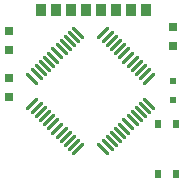
<source format=gtp>
G04 Layer_Color=8421504*
%FSLAX25Y25*%
%MOIN*%
G70*
G01*
G75*
%ADD10R,0.03150X0.03150*%
G04:AMPARAMS|DCode=11|XSize=59.05mil|YSize=11.81mil|CornerRadius=0mil|HoleSize=0mil|Usage=FLASHONLY|Rotation=45.000|XOffset=0mil|YOffset=0mil|HoleType=Round|Shape=Round|*
%AMOVALD11*
21,1,0.04724,0.01181,0.00000,0.00000,45.0*
1,1,0.01181,-0.01670,-0.01670*
1,1,0.01181,0.01670,0.01670*
%
%ADD11OVALD11*%

G04:AMPARAMS|DCode=12|XSize=59.05mil|YSize=11.81mil|CornerRadius=0mil|HoleSize=0mil|Usage=FLASHONLY|Rotation=135.000|XOffset=0mil|YOffset=0mil|HoleType=Round|Shape=Round|*
%AMOVALD12*
21,1,0.04724,0.01181,0.00000,0.00000,135.0*
1,1,0.01181,0.01670,-0.01670*
1,1,0.01181,-0.01670,0.01670*
%
%ADD12OVALD12*%

%ADD13R,0.03201X0.03937*%
%ADD14R,0.02362X0.03150*%
%ADD39R,0.02362X0.02362*%
D10*
X6400Y71950D02*
D03*
Y65650D02*
D03*
Y50001D02*
D03*
Y56300D02*
D03*
X61000Y73150D02*
D03*
Y66850D02*
D03*
D11*
X37822Y71340D02*
D03*
X39215Y69949D02*
D03*
X40606Y68557D02*
D03*
X41998Y67165D02*
D03*
X43390Y65773D02*
D03*
X44782Y64381D02*
D03*
X46174Y62989D02*
D03*
X47566Y61597D02*
D03*
X48958Y60205D02*
D03*
X50350Y58813D02*
D03*
X51742Y57421D02*
D03*
X53134Y56029D02*
D03*
X29471Y32367D02*
D03*
X28078Y33758D02*
D03*
X26686Y35151D02*
D03*
X25294Y36542D02*
D03*
X23903Y37935D02*
D03*
X22510Y39326D02*
D03*
X21119Y40718D02*
D03*
X19727Y42110D02*
D03*
X18335Y43502D02*
D03*
X16943Y44894D02*
D03*
X15551Y46286D02*
D03*
X14159Y47678D02*
D03*
D12*
X53133Y47678D02*
D03*
X51742Y46285D02*
D03*
X50349Y44894D02*
D03*
X48958Y43502D02*
D03*
X47565Y42110D02*
D03*
X46174Y40718D02*
D03*
X44781Y39326D02*
D03*
X43390Y37934D02*
D03*
X41998Y36542D02*
D03*
X40606Y35150D02*
D03*
X39214Y33758D02*
D03*
X37822Y32366D02*
D03*
X14160Y56029D02*
D03*
X15551Y57422D02*
D03*
X16943Y58813D02*
D03*
X18335Y60206D02*
D03*
X19727Y61597D02*
D03*
X21119Y62990D02*
D03*
X22511Y64381D02*
D03*
X23903Y65773D02*
D03*
X25295Y67165D02*
D03*
X26687Y68557D02*
D03*
X28079Y69949D02*
D03*
X29471Y71341D02*
D03*
D13*
X52000Y79000D02*
D03*
X47000D02*
D03*
X42000D02*
D03*
X37000D02*
D03*
X32000D02*
D03*
X27000D02*
D03*
X22000D02*
D03*
X17000D02*
D03*
D14*
X61953Y24232D02*
D03*
X56047D02*
D03*
X61953Y40768D02*
D03*
X56047D02*
D03*
D39*
X61000Y55150D02*
D03*
Y48850D02*
D03*
M02*

</source>
